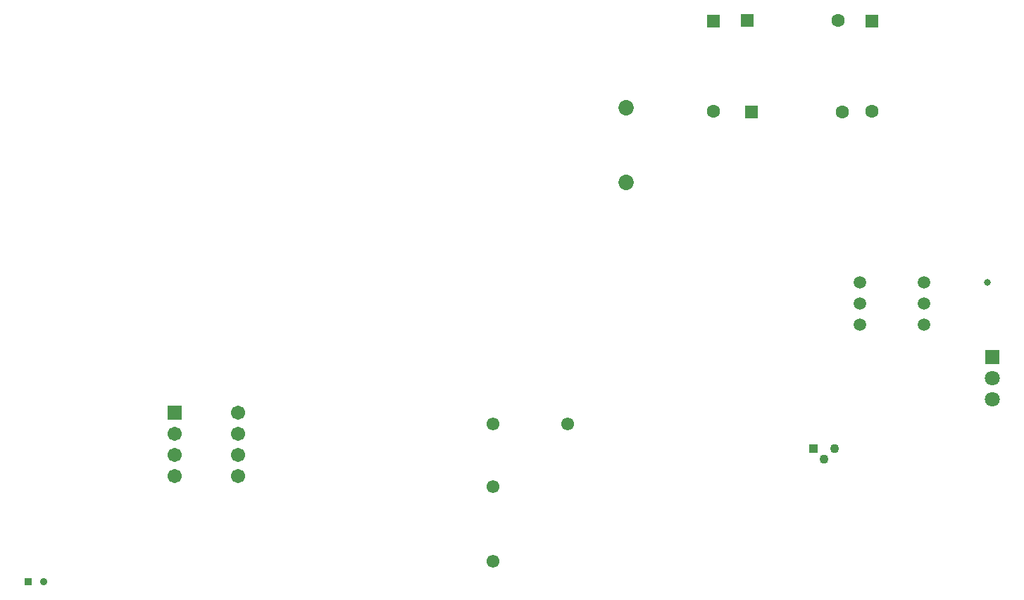
<source format=gbs>
G04*
G04 #@! TF.GenerationSoftware,Altium Limited,Altium Designer,21.2.2 (38)*
G04*
G04 Layer_Color=16711935*
%FSLAX25Y25*%
%MOIN*%
G70*
G04*
G04 #@! TF.SameCoordinates,8B9A036C-55B3-4DDA-9E79-EC33CF3C9B41*
G04*
G04*
G04 #@! TF.FilePolarity,Negative*
G04*
G01*
G75*
%ADD20R,0.06299X0.06299*%
%ADD40C,0.06115*%
%ADD41R,0.06706X0.06706*%
%ADD42C,0.06706*%
%ADD43C,0.04331*%
%ADD44R,0.04331X0.04331*%
%ADD45R,0.07099X0.07099*%
%ADD46C,0.07099*%
%ADD47C,0.05950*%
%ADD48R,0.03543X0.03543*%
%ADD49C,0.03543*%
%ADD50C,0.06299*%
%ADD51R,0.06299X0.06299*%
%ADD52C,0.07296*%
%ADD53C,0.03162*%
D20*
X440945Y361961D02*
D03*
X366142D02*
D03*
D40*
X261811Y171260D02*
D03*
X297244D02*
D03*
X261811Y141732D02*
D03*
Y106299D02*
D03*
D41*
X110984Y176417D02*
D03*
D42*
Y166417D02*
D03*
Y156417D02*
D03*
Y146417D02*
D03*
X140984Y176417D02*
D03*
Y166417D02*
D03*
Y156417D02*
D03*
Y146417D02*
D03*
D43*
X418386Y154449D02*
D03*
X423386Y159449D02*
D03*
D44*
X413386D02*
D03*
D45*
X498032Y202914D02*
D03*
D46*
Y192914D02*
D03*
Y182914D02*
D03*
D47*
X435287Y238347D02*
D03*
Y228347D02*
D03*
Y218347D02*
D03*
X465787D02*
D03*
Y228347D02*
D03*
Y238347D02*
D03*
D48*
X41732Y96457D02*
D03*
D49*
X49213D02*
D03*
D50*
X440945Y319142D02*
D03*
X426921Y318898D02*
D03*
X424953Y362205D02*
D03*
X366142Y319142D02*
D03*
D51*
X384102Y318898D02*
D03*
X382134Y362205D02*
D03*
D52*
X324803Y320866D02*
D03*
Y285433D02*
D03*
D53*
X495866Y238138D02*
D03*
M02*

</source>
